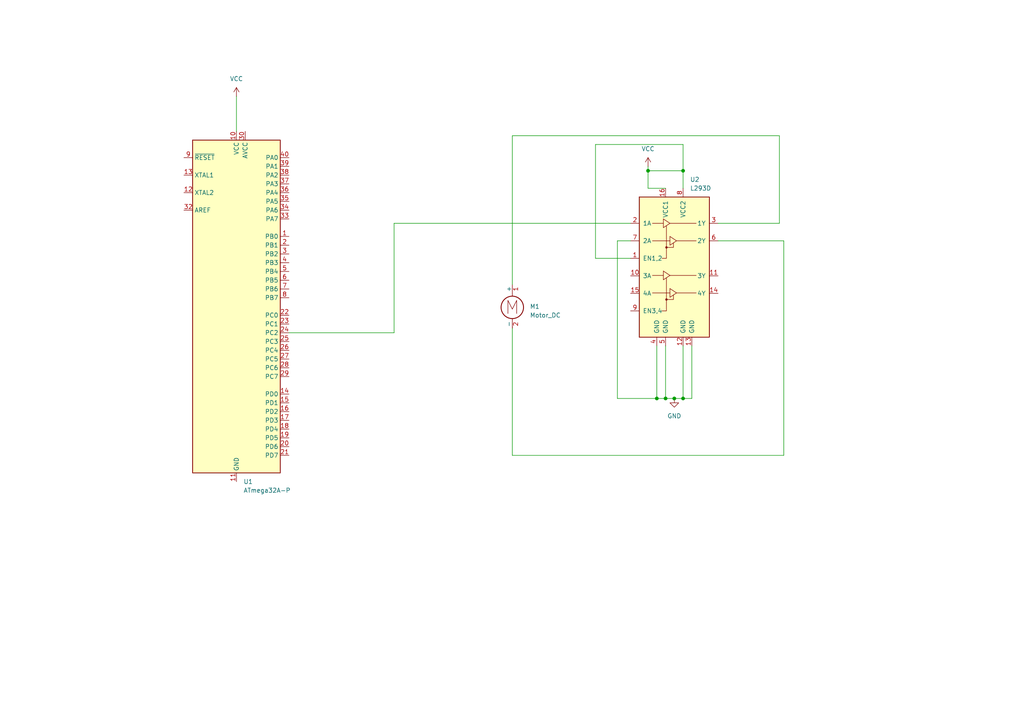
<source format=kicad_sch>
(kicad_sch (version 20211123) (generator eeschema)

  (uuid 91608184-1859-4274-bcb1-63f8969b7a8a)

  (paper "A4")

  (lib_symbols
    (symbol "Driver_Motor:L293D" (pin_names (offset 1.016)) (in_bom yes) (on_board yes)
      (property "Reference" "U" (id 0) (at -5.08 26.035 0)
        (effects (font (size 1.27 1.27)) (justify right))
      )
      (property "Value" "L293D" (id 1) (at -5.08 24.13 0)
        (effects (font (size 1.27 1.27)) (justify right))
      )
      (property "Footprint" "Package_DIP:DIP-16_W7.62mm" (id 2) (at 6.35 -19.05 0)
        (effects (font (size 1.27 1.27)) (justify left) hide)
      )
      (property "Datasheet" "http://www.ti.com/lit/ds/symlink/l293.pdf" (id 3) (at -7.62 17.78 0)
        (effects (font (size 1.27 1.27)) hide)
      )
      (property "ki_keywords" "Half-H Driver Motor" (id 4) (at 0 0 0)
        (effects (font (size 1.27 1.27)) hide)
      )
      (property "ki_description" "Quadruple Half-H Drivers" (id 5) (at 0 0 0)
        (effects (font (size 1.27 1.27)) hide)
      )
      (property "ki_fp_filters" "DIP*W7.62mm*" (id 6) (at 0 0 0)
        (effects (font (size 1.27 1.27)) hide)
      )
      (symbol "L293D_0_1"
        (rectangle (start -10.16 22.86) (end 10.16 -17.78)
          (stroke (width 0.254) (type default) (color 0 0 0 0))
          (fill (type background))
        )
        (circle (center -2.286 -6.858) (radius 0.254)
          (stroke (width 0) (type default) (color 0 0 0 0))
          (fill (type outline))
        )
        (circle (center -2.286 8.255) (radius 0.254)
          (stroke (width 0) (type default) (color 0 0 0 0))
          (fill (type outline))
        )
        (polyline
          (pts
            (xy -6.35 -4.953)
            (xy -1.27 -4.953)
          )
          (stroke (width 0) (type default) (color 0 0 0 0))
          (fill (type none))
        )
        (polyline
          (pts
            (xy -6.35 0.127)
            (xy -3.175 0.127)
          )
          (stroke (width 0) (type default) (color 0 0 0 0))
          (fill (type none))
        )
        (polyline
          (pts
            (xy -6.35 10.16)
            (xy -1.27 10.16)
          )
          (stroke (width 0) (type default) (color 0 0 0 0))
          (fill (type none))
        )
        (polyline
          (pts
            (xy -6.35 15.24)
            (xy -3.175 15.24)
          )
          (stroke (width 0) (type default) (color 0 0 0 0))
          (fill (type none))
        )
        (polyline
          (pts
            (xy -1.27 0.127)
            (xy 6.35 0.127)
          )
          (stroke (width 0) (type default) (color 0 0 0 0))
          (fill (type none))
        )
        (polyline
          (pts
            (xy -1.27 15.24)
            (xy 6.35 15.24)
          )
          (stroke (width 0) (type default) (color 0 0 0 0))
          (fill (type none))
        )
        (polyline
          (pts
            (xy 0.635 -4.953)
            (xy 6.35 -4.953)
          )
          (stroke (width 0) (type default) (color 0 0 0 0))
          (fill (type none))
        )
        (polyline
          (pts
            (xy 0.635 10.16)
            (xy 6.35 10.16)
          )
          (stroke (width 0) (type default) (color 0 0 0 0))
          (fill (type none))
        )
        (polyline
          (pts
            (xy -2.286 -6.858)
            (xy -0.254 -6.858)
            (xy -0.254 -5.588)
          )
          (stroke (width 0) (type default) (color 0 0 0 0))
          (fill (type none))
        )
        (polyline
          (pts
            (xy -2.286 -0.635)
            (xy -2.286 -10.16)
            (xy -3.556 -10.16)
          )
          (stroke (width 0) (type default) (color 0 0 0 0))
          (fill (type none))
        )
        (polyline
          (pts
            (xy -2.286 8.255)
            (xy -0.254 8.255)
            (xy -0.254 9.525)
          )
          (stroke (width 0) (type default) (color 0 0 0 0))
          (fill (type none))
        )
        (polyline
          (pts
            (xy -2.286 14.478)
            (xy -2.286 5.08)
            (xy -3.556 5.08)
          )
          (stroke (width 0) (type default) (color 0 0 0 0))
          (fill (type none))
        )
        (polyline
          (pts
            (xy -3.175 1.397)
            (xy -3.175 -1.143)
            (xy -1.27 0.127)
            (xy -3.175 1.397)
          )
          (stroke (width 0) (type default) (color 0 0 0 0))
          (fill (type none))
        )
        (polyline
          (pts
            (xy -3.175 16.51)
            (xy -3.175 13.97)
            (xy -1.27 15.24)
            (xy -3.175 16.51)
          )
          (stroke (width 0) (type default) (color 0 0 0 0))
          (fill (type none))
        )
        (polyline
          (pts
            (xy -1.27 -3.683)
            (xy -1.27 -6.223)
            (xy 0.635 -4.953)
            (xy -1.27 -3.683)
          )
          (stroke (width 0) (type default) (color 0 0 0 0))
          (fill (type none))
        )
        (polyline
          (pts
            (xy -1.27 11.43)
            (xy -1.27 8.89)
            (xy 0.635 10.16)
            (xy -1.27 11.43)
          )
          (stroke (width 0) (type default) (color 0 0 0 0))
          (fill (type none))
        )
      )
      (symbol "L293D_1_1"
        (pin input line (at -12.7 5.08 0) (length 2.54)
          (name "EN1,2" (effects (font (size 1.27 1.27))))
          (number "1" (effects (font (size 1.27 1.27))))
        )
        (pin input line (at -12.7 0 0) (length 2.54)
          (name "3A" (effects (font (size 1.27 1.27))))
          (number "10" (effects (font (size 1.27 1.27))))
        )
        (pin output line (at 12.7 0 180) (length 2.54)
          (name "3Y" (effects (font (size 1.27 1.27))))
          (number "11" (effects (font (size 1.27 1.27))))
        )
        (pin power_in line (at 2.54 -20.32 90) (length 2.54)
          (name "GND" (effects (font (size 1.27 1.27))))
          (number "12" (effects (font (size 1.27 1.27))))
        )
        (pin power_in line (at 5.08 -20.32 90) (length 2.54)
          (name "GND" (effects (font (size 1.27 1.27))))
          (number "13" (effects (font (size 1.27 1.27))))
        )
        (pin output line (at 12.7 -5.08 180) (length 2.54)
          (name "4Y" (effects (font (size 1.27 1.27))))
          (number "14" (effects (font (size 1.27 1.27))))
        )
        (pin input line (at -12.7 -5.08 0) (length 2.54)
          (name "4A" (effects (font (size 1.27 1.27))))
          (number "15" (effects (font (size 1.27 1.27))))
        )
        (pin power_in line (at -2.54 25.4 270) (length 2.54)
          (name "VCC1" (effects (font (size 1.27 1.27))))
          (number "16" (effects (font (size 1.27 1.27))))
        )
        (pin input line (at -12.7 15.24 0) (length 2.54)
          (name "1A" (effects (font (size 1.27 1.27))))
          (number "2" (effects (font (size 1.27 1.27))))
        )
        (pin output line (at 12.7 15.24 180) (length 2.54)
          (name "1Y" (effects (font (size 1.27 1.27))))
          (number "3" (effects (font (size 1.27 1.27))))
        )
        (pin power_in line (at -5.08 -20.32 90) (length 2.54)
          (name "GND" (effects (font (size 1.27 1.27))))
          (number "4" (effects (font (size 1.27 1.27))))
        )
        (pin power_in line (at -2.54 -20.32 90) (length 2.54)
          (name "GND" (effects (font (size 1.27 1.27))))
          (number "5" (effects (font (size 1.27 1.27))))
        )
        (pin output line (at 12.7 10.16 180) (length 2.54)
          (name "2Y" (effects (font (size 1.27 1.27))))
          (number "6" (effects (font (size 1.27 1.27))))
        )
        (pin input line (at -12.7 10.16 0) (length 2.54)
          (name "2A" (effects (font (size 1.27 1.27))))
          (number "7" (effects (font (size 1.27 1.27))))
        )
        (pin power_in line (at 2.54 25.4 270) (length 2.54)
          (name "VCC2" (effects (font (size 1.27 1.27))))
          (number "8" (effects (font (size 1.27 1.27))))
        )
        (pin input line (at -12.7 -10.16 0) (length 2.54)
          (name "EN3,4" (effects (font (size 1.27 1.27))))
          (number "9" (effects (font (size 1.27 1.27))))
        )
      )
    )
    (symbol "MCU_Microchip_ATmega:ATmega32A-P" (in_bom yes) (on_board yes)
      (property "Reference" "U" (id 0) (at -12.7 49.53 0)
        (effects (font (size 1.27 1.27)) (justify left bottom))
      )
      (property "Value" "ATmega32A-P" (id 1) (at 2.54 -49.53 0)
        (effects (font (size 1.27 1.27)) (justify left top))
      )
      (property "Footprint" "Package_DIP:DIP-40_W15.24mm" (id 2) (at 0 0 0)
        (effects (font (size 1.27 1.27) italic) hide)
      )
      (property "Datasheet" "http://ww1.microchip.com/downloads/en/DeviceDoc/atmel-8155-8-bit-microcontroller-avr-atmega32a_datasheet.pdf" (id 3) (at 0 0 0)
        (effects (font (size 1.27 1.27)) hide)
      )
      (property "ki_keywords" "AVR 8bit Microcontroller MegaAVR" (id 4) (at 0 0 0)
        (effects (font (size 1.27 1.27)) hide)
      )
      (property "ki_description" "16MHz, 32kB Flash, 2kB SRAM, 1kB EEPROM, JTAG, DIP-40" (id 5) (at 0 0 0)
        (effects (font (size 1.27 1.27)) hide)
      )
      (property "ki_fp_filters" "DIP*W15.24mm*" (id 6) (at 0 0 0)
        (effects (font (size 1.27 1.27)) hide)
      )
      (symbol "ATmega32A-P_0_1"
        (rectangle (start -12.7 -48.26) (end 12.7 48.26)
          (stroke (width 0.254) (type default) (color 0 0 0 0))
          (fill (type background))
        )
      )
      (symbol "ATmega32A-P_1_1"
        (pin bidirectional line (at 15.24 20.32 180) (length 2.54)
          (name "PB0" (effects (font (size 1.27 1.27))))
          (number "1" (effects (font (size 1.27 1.27))))
        )
        (pin power_in line (at 0 50.8 270) (length 2.54)
          (name "VCC" (effects (font (size 1.27 1.27))))
          (number "10" (effects (font (size 1.27 1.27))))
        )
        (pin power_in line (at 0 -50.8 90) (length 2.54)
          (name "GND" (effects (font (size 1.27 1.27))))
          (number "11" (effects (font (size 1.27 1.27))))
        )
        (pin output line (at -15.24 33.02 0) (length 2.54)
          (name "XTAL2" (effects (font (size 1.27 1.27))))
          (number "12" (effects (font (size 1.27 1.27))))
        )
        (pin input line (at -15.24 38.1 0) (length 2.54)
          (name "XTAL1" (effects (font (size 1.27 1.27))))
          (number "13" (effects (font (size 1.27 1.27))))
        )
        (pin bidirectional line (at 15.24 -25.4 180) (length 2.54)
          (name "PD0" (effects (font (size 1.27 1.27))))
          (number "14" (effects (font (size 1.27 1.27))))
        )
        (pin bidirectional line (at 15.24 -27.94 180) (length 2.54)
          (name "PD1" (effects (font (size 1.27 1.27))))
          (number "15" (effects (font (size 1.27 1.27))))
        )
        (pin bidirectional line (at 15.24 -30.48 180) (length 2.54)
          (name "PD2" (effects (font (size 1.27 1.27))))
          (number "16" (effects (font (size 1.27 1.27))))
        )
        (pin bidirectional line (at 15.24 -33.02 180) (length 2.54)
          (name "PD3" (effects (font (size 1.27 1.27))))
          (number "17" (effects (font (size 1.27 1.27))))
        )
        (pin bidirectional line (at 15.24 -35.56 180) (length 2.54)
          (name "PD4" (effects (font (size 1.27 1.27))))
          (number "18" (effects (font (size 1.27 1.27))))
        )
        (pin bidirectional line (at 15.24 -38.1 180) (length 2.54)
          (name "PD5" (effects (font (size 1.27 1.27))))
          (number "19" (effects (font (size 1.27 1.27))))
        )
        (pin bidirectional line (at 15.24 17.78 180) (length 2.54)
          (name "PB1" (effects (font (size 1.27 1.27))))
          (number "2" (effects (font (size 1.27 1.27))))
        )
        (pin bidirectional line (at 15.24 -40.64 180) (length 2.54)
          (name "PD6" (effects (font (size 1.27 1.27))))
          (number "20" (effects (font (size 1.27 1.27))))
        )
        (pin bidirectional line (at 15.24 -43.18 180) (length 2.54)
          (name "PD7" (effects (font (size 1.27 1.27))))
          (number "21" (effects (font (size 1.27 1.27))))
        )
        (pin bidirectional line (at 15.24 -2.54 180) (length 2.54)
          (name "PC0" (effects (font (size 1.27 1.27))))
          (number "22" (effects (font (size 1.27 1.27))))
        )
        (pin bidirectional line (at 15.24 -5.08 180) (length 2.54)
          (name "PC1" (effects (font (size 1.27 1.27))))
          (number "23" (effects (font (size 1.27 1.27))))
        )
        (pin bidirectional line (at 15.24 -7.62 180) (length 2.54)
          (name "PC2" (effects (font (size 1.27 1.27))))
          (number "24" (effects (font (size 1.27 1.27))))
        )
        (pin bidirectional line (at 15.24 -10.16 180) (length 2.54)
          (name "PC3" (effects (font (size 1.27 1.27))))
          (number "25" (effects (font (size 1.27 1.27))))
        )
        (pin bidirectional line (at 15.24 -12.7 180) (length 2.54)
          (name "PC4" (effects (font (size 1.27 1.27))))
          (number "26" (effects (font (size 1.27 1.27))))
        )
        (pin bidirectional line (at 15.24 -15.24 180) (length 2.54)
          (name "PC5" (effects (font (size 1.27 1.27))))
          (number "27" (effects (font (size 1.27 1.27))))
        )
        (pin bidirectional line (at 15.24 -17.78 180) (length 2.54)
          (name "PC6" (effects (font (size 1.27 1.27))))
          (number "28" (effects (font (size 1.27 1.27))))
        )
        (pin bidirectional line (at 15.24 -20.32 180) (length 2.54)
          (name "PC7" (effects (font (size 1.27 1.27))))
          (number "29" (effects (font (size 1.27 1.27))))
        )
        (pin bidirectional line (at 15.24 15.24 180) (length 2.54)
          (name "PB2" (effects (font (size 1.27 1.27))))
          (number "3" (effects (font (size 1.27 1.27))))
        )
        (pin power_in line (at 2.54 50.8 270) (length 2.54)
          (name "AVCC" (effects (font (size 1.27 1.27))))
          (number "30" (effects (font (size 1.27 1.27))))
        )
        (pin passive line (at 0 -50.8 90) (length 2.54) hide
          (name "GND" (effects (font (size 1.27 1.27))))
          (number "31" (effects (font (size 1.27 1.27))))
        )
        (pin passive line (at -15.24 27.94 0) (length 2.54)
          (name "AREF" (effects (font (size 1.27 1.27))))
          (number "32" (effects (font (size 1.27 1.27))))
        )
        (pin bidirectional line (at 15.24 25.4 180) (length 2.54)
          (name "PA7" (effects (font (size 1.27 1.27))))
          (number "33" (effects (font (size 1.27 1.27))))
        )
        (pin bidirectional line (at 15.24 27.94 180) (length 2.54)
          (name "PA6" (effects (font (size 1.27 1.27))))
          (number "34" (effects (font (size 1.27 1.27))))
        )
        (pin bidirectional line (at 15.24 30.48 180) (length 2.54)
          (name "PA5" (effects (font (size 1.27 1.27))))
          (number "35" (effects (font (size 1.27 1.27))))
        )
        (pin bidirectional line (at 15.24 33.02 180) (length 2.54)
          (name "PA4" (effects (font (size 1.27 1.27))))
          (number "36" (effects (font (size 1.27 1.27))))
        )
        (pin bidirectional line (at 15.24 35.56 180) (length 2.54)
          (name "PA3" (effects (font (size 1.27 1.27))))
          (number "37" (effects (font (size 1.27 1.27))))
        )
        (pin bidirectional line (at 15.24 38.1 180) (length 2.54)
          (name "PA2" (effects (font (size 1.27 1.27))))
          (number "38" (effects (font (size 1.27 1.27))))
        )
        (pin bidirectional line (at 15.24 40.64 180) (length 2.54)
          (name "PA1" (effects (font (size 1.27 1.27))))
          (number "39" (effects (font (size 1.27 1.27))))
        )
        (pin bidirectional line (at 15.24 12.7 180) (length 2.54)
          (name "PB3" (effects (font (size 1.27 1.27))))
          (number "4" (effects (font (size 1.27 1.27))))
        )
        (pin bidirectional line (at 15.24 43.18 180) (length 2.54)
          (name "PA0" (effects (font (size 1.27 1.27))))
          (number "40" (effects (font (size 1.27 1.27))))
        )
        (pin bidirectional line (at 15.24 10.16 180) (length 2.54)
          (name "PB4" (effects (font (size 1.27 1.27))))
          (number "5" (effects (font (size 1.27 1.27))))
        )
        (pin bidirectional line (at 15.24 7.62 180) (length 2.54)
          (name "PB5" (effects (font (size 1.27 1.27))))
          (number "6" (effects (font (size 1.27 1.27))))
        )
        (pin bidirectional line (at 15.24 5.08 180) (length 2.54)
          (name "PB6" (effects (font (size 1.27 1.27))))
          (number "7" (effects (font (size 1.27 1.27))))
        )
        (pin bidirectional line (at 15.24 2.54 180) (length 2.54)
          (name "PB7" (effects (font (size 1.27 1.27))))
          (number "8" (effects (font (size 1.27 1.27))))
        )
        (pin input line (at -15.24 43.18 0) (length 2.54)
          (name "~{RESET}" (effects (font (size 1.27 1.27))))
          (number "9" (effects (font (size 1.27 1.27))))
        )
      )
    )
    (symbol "Motor:Motor_DC" (pin_names (offset 0)) (in_bom yes) (on_board yes)
      (property "Reference" "M" (id 0) (at 2.54 2.54 0)
        (effects (font (size 1.27 1.27)) (justify left))
      )
      (property "Value" "Motor_DC" (id 1) (at 2.54 -5.08 0)
        (effects (font (size 1.27 1.27)) (justify left top))
      )
      (property "Footprint" "" (id 2) (at 0 -2.286 0)
        (effects (font (size 1.27 1.27)) hide)
      )
      (property "Datasheet" "~" (id 3) (at 0 -2.286 0)
        (effects (font (size 1.27 1.27)) hide)
      )
      (property "ki_keywords" "DC Motor" (id 4) (at 0 0 0)
        (effects (font (size 1.27 1.27)) hide)
      )
      (property "ki_description" "DC Motor" (id 5) (at 0 0 0)
        (effects (font (size 1.27 1.27)) hide)
      )
      (property "ki_fp_filters" "PinHeader*P2.54mm* TerminalBlock*" (id 6) (at 0 0 0)
        (effects (font (size 1.27 1.27)) hide)
      )
      (symbol "Motor_DC_0_0"
        (polyline
          (pts
            (xy -1.27 -3.302)
            (xy -1.27 0.508)
            (xy 0 -2.032)
            (xy 1.27 0.508)
            (xy 1.27 -3.302)
          )
          (stroke (width 0) (type default) (color 0 0 0 0))
          (fill (type none))
        )
      )
      (symbol "Motor_DC_0_1"
        (circle (center 0 -1.524) (radius 3.2512)
          (stroke (width 0.254) (type default) (color 0 0 0 0))
          (fill (type none))
        )
        (polyline
          (pts
            (xy 0 -7.62)
            (xy 0 -7.112)
          )
          (stroke (width 0) (type default) (color 0 0 0 0))
          (fill (type none))
        )
        (polyline
          (pts
            (xy 0 -4.7752)
            (xy 0 -5.1816)
          )
          (stroke (width 0) (type default) (color 0 0 0 0))
          (fill (type none))
        )
        (polyline
          (pts
            (xy 0 1.7272)
            (xy 0 2.0828)
          )
          (stroke (width 0) (type default) (color 0 0 0 0))
          (fill (type none))
        )
        (polyline
          (pts
            (xy 0 2.032)
            (xy 0 2.54)
          )
          (stroke (width 0) (type default) (color 0 0 0 0))
          (fill (type none))
        )
      )
      (symbol "Motor_DC_1_1"
        (pin passive line (at 0 5.08 270) (length 2.54)
          (name "+" (effects (font (size 1.27 1.27))))
          (number "1" (effects (font (size 1.27 1.27))))
        )
        (pin passive line (at 0 -7.62 90) (length 2.54)
          (name "-" (effects (font (size 1.27 1.27))))
          (number "2" (effects (font (size 1.27 1.27))))
        )
      )
    )
    (symbol "power:GND" (power) (pin_names (offset 0)) (in_bom yes) (on_board yes)
      (property "Reference" "#PWR" (id 0) (at 0 -6.35 0)
        (effects (font (size 1.27 1.27)) hide)
      )
      (property "Value" "GND" (id 1) (at 0 -3.81 0)
        (effects (font (size 1.27 1.27)))
      )
      (property "Footprint" "" (id 2) (at 0 0 0)
        (effects (font (size 1.27 1.27)) hide)
      )
      (property "Datasheet" "" (id 3) (at 0 0 0)
        (effects (font (size 1.27 1.27)) hide)
      )
      (property "ki_keywords" "power-flag" (id 4) (at 0 0 0)
        (effects (font (size 1.27 1.27)) hide)
      )
      (property "ki_description" "Power symbol creates a global label with name \"GND\" , ground" (id 5) (at 0 0 0)
        (effects (font (size 1.27 1.27)) hide)
      )
      (symbol "GND_0_1"
        (polyline
          (pts
            (xy 0 0)
            (xy 0 -1.27)
            (xy 1.27 -1.27)
            (xy 0 -2.54)
            (xy -1.27 -1.27)
            (xy 0 -1.27)
          )
          (stroke (width 0) (type default) (color 0 0 0 0))
          (fill (type none))
        )
      )
      (symbol "GND_1_1"
        (pin power_in line (at 0 0 270) (length 0) hide
          (name "GND" (effects (font (size 1.27 1.27))))
          (number "1" (effects (font (size 1.27 1.27))))
        )
      )
    )
    (symbol "power:VCC" (power) (pin_names (offset 0)) (in_bom yes) (on_board yes)
      (property "Reference" "#PWR" (id 0) (at 0 -3.81 0)
        (effects (font (size 1.27 1.27)) hide)
      )
      (property "Value" "VCC" (id 1) (at 0 3.81 0)
        (effects (font (size 1.27 1.27)))
      )
      (property "Footprint" "" (id 2) (at 0 0 0)
        (effects (font (size 1.27 1.27)) hide)
      )
      (property "Datasheet" "" (id 3) (at 0 0 0)
        (effects (font (size 1.27 1.27)) hide)
      )
      (property "ki_keywords" "power-flag" (id 4) (at 0 0 0)
        (effects (font (size 1.27 1.27)) hide)
      )
      (property "ki_description" "Power symbol creates a global label with name \"VCC\"" (id 5) (at 0 0 0)
        (effects (font (size 1.27 1.27)) hide)
      )
      (symbol "VCC_0_1"
        (polyline
          (pts
            (xy -0.762 1.27)
            (xy 0 2.54)
          )
          (stroke (width 0) (type default) (color 0 0 0 0))
          (fill (type none))
        )
        (polyline
          (pts
            (xy 0 0)
            (xy 0 2.54)
          )
          (stroke (width 0) (type default) (color 0 0 0 0))
          (fill (type none))
        )
        (polyline
          (pts
            (xy 0 2.54)
            (xy 0.762 1.27)
          )
          (stroke (width 0) (type default) (color 0 0 0 0))
          (fill (type none))
        )
      )
      (symbol "VCC_1_1"
        (pin power_in line (at 0 0 90) (length 0) hide
          (name "VCC" (effects (font (size 1.27 1.27))))
          (number "1" (effects (font (size 1.27 1.27))))
        )
      )
    )
  )

  (junction (at 187.96 49.53) (diameter 0) (color 0 0 0 0)
    (uuid 2d7b0075-b5a2-4791-9619-335f2ce257d9)
  )
  (junction (at 193.04 115.57) (diameter 0) (color 0 0 0 0)
    (uuid 2ff36dc6-c40c-45bf-8430-26d35ec31874)
  )
  (junction (at 195.58 115.57) (diameter 0) (color 0 0 0 0)
    (uuid 685afced-cf3c-4f24-9de7-f675f49f4b22)
  )
  (junction (at 198.12 49.53) (diameter 0) (color 0 0 0 0)
    (uuid df737d05-9ad2-4c76-a6db-b4c87f16aabf)
  )
  (junction (at 190.5 115.57) (diameter 0) (color 0 0 0 0)
    (uuid e504e3a9-e6ed-4583-8bbd-0ec5996ba8b9)
  )
  (junction (at 198.12 115.57) (diameter 0) (color 0 0 0 0)
    (uuid f9cfee9d-d147-4a3b-af58-023fe57151e0)
  )

  (wire (pts (xy 200.66 100.33) (xy 200.66 115.57))
    (stroke (width 0) (type default) (color 0 0 0 0))
    (uuid 0d5de264-cd94-40cc-8162-1a8d581513ae)
  )
  (wire (pts (xy 198.12 54.61) (xy 198.12 49.53))
    (stroke (width 0) (type default) (color 0 0 0 0))
    (uuid 2645c12f-4ae7-4037-9e7d-418c4bb34bc3)
  )
  (wire (pts (xy 208.28 64.77) (xy 226.06 64.77))
    (stroke (width 0) (type default) (color 0 0 0 0))
    (uuid 34c1e79d-3970-4e85-9cf1-dcbdc6f3a760)
  )
  (wire (pts (xy 190.5 100.33) (xy 190.5 115.57))
    (stroke (width 0) (type default) (color 0 0 0 0))
    (uuid 35e02dd3-7807-46c0-9be7-b86802cb702c)
  )
  (wire (pts (xy 198.12 49.53) (xy 198.12 41.91))
    (stroke (width 0) (type default) (color 0 0 0 0))
    (uuid 3615cf50-e7c1-458f-b037-cf3c0075e719)
  )
  (wire (pts (xy 68.58 27.94) (xy 68.58 38.1))
    (stroke (width 0) (type default) (color 0 0 0 0))
    (uuid 392a60b0-73d2-4396-a071-202637b65af1)
  )
  (wire (pts (xy 114.3 96.52) (xy 83.82 96.52))
    (stroke (width 0) (type default) (color 0 0 0 0))
    (uuid 4077abe2-7a63-4109-8372-152f42b6e661)
  )
  (wire (pts (xy 226.06 64.77) (xy 226.06 39.37))
    (stroke (width 0) (type default) (color 0 0 0 0))
    (uuid 436dabfa-d810-4a91-a9fb-3c51e1cd68bd)
  )
  (wire (pts (xy 193.04 54.61) (xy 187.96 54.61))
    (stroke (width 0) (type default) (color 0 0 0 0))
    (uuid 4a82542e-90bd-4c6f-ac8c-cb3e8a0aee84)
  )
  (wire (pts (xy 187.96 49.53) (xy 187.96 54.61))
    (stroke (width 0) (type default) (color 0 0 0 0))
    (uuid 5187dc4e-c2d6-4651-96c8-3feb782e1faf)
  )
  (wire (pts (xy 227.33 132.08) (xy 148.59 132.08))
    (stroke (width 0) (type default) (color 0 0 0 0))
    (uuid 609ef0e3-0e4d-4288-b84a-d1f2fb2956b1)
  )
  (wire (pts (xy 198.12 41.91) (xy 172.72 41.91))
    (stroke (width 0) (type default) (color 0 0 0 0))
    (uuid 66b1d0c7-4f34-4676-8b23-ed9fad8434e7)
  )
  (wire (pts (xy 227.33 69.85) (xy 227.33 132.08))
    (stroke (width 0) (type default) (color 0 0 0 0))
    (uuid 873637b0-9087-42cb-aebd-73942295162f)
  )
  (wire (pts (xy 198.12 115.57) (xy 195.58 115.57))
    (stroke (width 0) (type default) (color 0 0 0 0))
    (uuid 88626410-56f6-44a7-9df9-2652981b2811)
  )
  (wire (pts (xy 190.5 115.57) (xy 193.04 115.57))
    (stroke (width 0) (type default) (color 0 0 0 0))
    (uuid 8be3cc19-8290-4892-9960-bebcba3f3e69)
  )
  (wire (pts (xy 182.88 64.77) (xy 114.3 64.77))
    (stroke (width 0) (type default) (color 0 0 0 0))
    (uuid 8f9f467d-ee55-43ea-adc8-b55f3c3285e7)
  )
  (wire (pts (xy 226.06 39.37) (xy 148.59 39.37))
    (stroke (width 0) (type default) (color 0 0 0 0))
    (uuid 90d5a686-5912-4a2e-b7b0-4e7bc4805cec)
  )
  (wire (pts (xy 182.88 74.93) (xy 172.72 74.93))
    (stroke (width 0) (type default) (color 0 0 0 0))
    (uuid 925d5ebf-3817-4886-a994-f3c7a9be0078)
  )
  (wire (pts (xy 200.66 115.57) (xy 198.12 115.57))
    (stroke (width 0) (type default) (color 0 0 0 0))
    (uuid 971797d0-5fa3-472c-9c2a-0a4b32e12f3a)
  )
  (wire (pts (xy 182.88 69.85) (xy 179.07 69.85))
    (stroke (width 0) (type default) (color 0 0 0 0))
    (uuid 9d5bfabb-a332-4b94-8082-a9fe9f946bb1)
  )
  (wire (pts (xy 179.07 115.57) (xy 190.5 115.57))
    (stroke (width 0) (type default) (color 0 0 0 0))
    (uuid 9f784b86-cd11-42d0-8f92-9e658a5139b5)
  )
  (wire (pts (xy 193.04 115.57) (xy 195.58 115.57))
    (stroke (width 0) (type default) (color 0 0 0 0))
    (uuid aed26b29-c7a5-46e7-b091-314833f7c53d)
  )
  (wire (pts (xy 179.07 69.85) (xy 179.07 115.57))
    (stroke (width 0) (type default) (color 0 0 0 0))
    (uuid b425fbdf-1c9b-4aeb-ad98-1a366d82135f)
  )
  (wire (pts (xy 198.12 100.33) (xy 198.12 115.57))
    (stroke (width 0) (type default) (color 0 0 0 0))
    (uuid b960a7d7-ba91-437d-8a99-295ff0f9a1df)
  )
  (wire (pts (xy 187.96 48.26) (xy 187.96 49.53))
    (stroke (width 0) (type default) (color 0 0 0 0))
    (uuid c123d1c9-2dbd-4713-822a-42d9d3e4f854)
  )
  (wire (pts (xy 187.96 49.53) (xy 198.12 49.53))
    (stroke (width 0) (type default) (color 0 0 0 0))
    (uuid c9b4ec0b-30a8-41b6-99e7-5a1475e3f0e5)
  )
  (wire (pts (xy 148.59 132.08) (xy 148.59 95.25))
    (stroke (width 0) (type default) (color 0 0 0 0))
    (uuid d34540ae-b723-4496-9721-a35773046a66)
  )
  (wire (pts (xy 208.28 69.85) (xy 227.33 69.85))
    (stroke (width 0) (type default) (color 0 0 0 0))
    (uuid d5b36d3f-9031-4c06-8cb2-da7f583c8547)
  )
  (wire (pts (xy 114.3 64.77) (xy 114.3 96.52))
    (stroke (width 0) (type default) (color 0 0 0 0))
    (uuid e6ea248f-f726-4432-8bc5-a15e436b70eb)
  )
  (wire (pts (xy 172.72 74.93) (xy 172.72 41.91))
    (stroke (width 0) (type default) (color 0 0 0 0))
    (uuid f17b7d85-792a-4aa1-b1c6-1f3f65ad7b5c)
  )
  (wire (pts (xy 148.59 39.37) (xy 148.59 82.55))
    (stroke (width 0) (type default) (color 0 0 0 0))
    (uuid f7ca6a78-0089-4d2b-a748-144d3b15b4d2)
  )
  (wire (pts (xy 193.04 100.33) (xy 193.04 115.57))
    (stroke (width 0) (type default) (color 0 0 0 0))
    (uuid f930535e-4f9e-493a-853f-a437849ebe85)
  )

  (symbol (lib_id "power:VCC") (at 187.96 48.26 0) (unit 1)
    (in_bom yes) (on_board yes) (fields_autoplaced)
    (uuid 00b3ac52-2a74-4037-8c87-1b12a19c4623)
    (property "Reference" "#PWR0102" (id 0) (at 187.96 52.07 0)
      (effects (font (size 1.27 1.27)) hide)
    )
    (property "Value" "VCC" (id 1) (at 187.96 43.18 0))
    (property "Footprint" "" (id 2) (at 187.96 48.26 0)
      (effects (font (size 1.27 1.27)) hide)
    )
    (property "Datasheet" "" (id 3) (at 187.96 48.26 0)
      (effects (font (size 1.27 1.27)) hide)
    )
    (pin "1" (uuid 62c88dab-faa1-4589-b6a9-5c786791e780))
  )

  (symbol (lib_id "power:GND") (at 195.58 115.57 0) (unit 1)
    (in_bom yes) (on_board yes) (fields_autoplaced)
    (uuid 05a0ccdb-38ad-4214-a0f9-0bb7835234ab)
    (property "Reference" "#PWR0103" (id 0) (at 195.58 121.92 0)
      (effects (font (size 1.27 1.27)) hide)
    )
    (property "Value" "GND" (id 1) (at 195.58 120.65 0))
    (property "Footprint" "" (id 2) (at 195.58 115.57 0)
      (effects (font (size 1.27 1.27)) hide)
    )
    (property "Datasheet" "" (id 3) (at 195.58 115.57 0)
      (effects (font (size 1.27 1.27)) hide)
    )
    (pin "1" (uuid a8479267-6f55-4530-aba1-8f670bda3829))
  )

  (symbol (lib_id "power:VCC") (at 68.58 27.94 0) (unit 1)
    (in_bom yes) (on_board yes) (fields_autoplaced)
    (uuid 11a8a22e-b30e-4267-912d-0b0938154225)
    (property "Reference" "#PWR0101" (id 0) (at 68.58 31.75 0)
      (effects (font (size 1.27 1.27)) hide)
    )
    (property "Value" "VCC" (id 1) (at 68.58 22.86 0))
    (property "Footprint" "" (id 2) (at 68.58 27.94 0)
      (effects (font (size 1.27 1.27)) hide)
    )
    (property "Datasheet" "" (id 3) (at 68.58 27.94 0)
      (effects (font (size 1.27 1.27)) hide)
    )
    (pin "1" (uuid 2ee7b400-7e9e-42b2-a278-dcc7af45bb88))
  )

  (symbol (lib_id "Driver_Motor:L293D") (at 195.58 80.01 0) (unit 1)
    (in_bom yes) (on_board yes) (fields_autoplaced)
    (uuid 300a2a87-d316-4188-9c96-c70293f892d6)
    (property "Reference" "U2" (id 0) (at 200.1394 52.07 0)
      (effects (font (size 1.27 1.27)) (justify left))
    )
    (property "Value" "L293D" (id 1) (at 200.1394 54.61 0)
      (effects (font (size 1.27 1.27)) (justify left))
    )
    (property "Footprint" "Package_DIP:DIP-16_W7.62mm" (id 2) (at 201.93 99.06 0)
      (effects (font (size 1.27 1.27)) (justify left) hide)
    )
    (property "Datasheet" "http://www.ti.com/lit/ds/symlink/l293.pdf" (id 3) (at 187.96 62.23 0)
      (effects (font (size 1.27 1.27)) hide)
    )
    (pin "1" (uuid ace6f031-9f5c-495e-8008-5ab3216e5fab))
    (pin "10" (uuid fca50ae5-e36a-455c-a9a8-8831e84a5e13))
    (pin "11" (uuid 8bf4dce9-2eca-4e6d-a293-b8d39a77c683))
    (pin "12" (uuid 48baa567-b024-44e6-8f30-ca4c75f0c31b))
    (pin "13" (uuid 96622320-eaee-42e9-8267-9ff4584a0acd))
    (pin "14" (uuid 0914ce3d-28ed-42be-aadd-4c969f365103))
    (pin "15" (uuid 5e7bff1b-590f-47d8-afc3-04dd2cdaa34d))
    (pin "16" (uuid 1ef3d461-dff8-4e05-b134-1e731757c361))
    (pin "2" (uuid b1c84ef6-7675-4245-a84a-e0a23c9772e7))
    (pin "3" (uuid e54cb028-864c-4979-a0ba-15c7a5c8f514))
    (pin "4" (uuid 3b5e6e4d-29bc-4f91-b2b9-62a6c3d92ba3))
    (pin "5" (uuid f531c38e-b193-41bc-a477-b0c940815512))
    (pin "6" (uuid dcffc013-4157-4688-a41f-985be42ef73b))
    (pin "7" (uuid 4b5ccbc4-9b3b-410e-828e-104d49924bf0))
    (pin "8" (uuid f9c3aa9d-1a2a-4b83-9740-d0732e5c05bb))
    (pin "9" (uuid b7796c0d-1131-4305-87a3-f1901155f5ca))
  )

  (symbol (lib_id "MCU_Microchip_ATmega:ATmega32A-P") (at 68.58 88.9 0) (unit 1)
    (in_bom yes) (on_board yes) (fields_autoplaced)
    (uuid 9b5b5a23-11c2-4ce3-bceb-4262e8fec48c)
    (property "Reference" "U1" (id 0) (at 70.5994 139.7 0)
      (effects (font (size 1.27 1.27)) (justify left))
    )
    (property "Value" "ATmega32A-P" (id 1) (at 70.5994 142.24 0)
      (effects (font (size 1.27 1.27)) (justify left))
    )
    (property "Footprint" "Package_DIP:DIP-40_W15.24mm" (id 2) (at 68.58 88.9 0)
      (effects (font (size 1.27 1.27) italic) hide)
    )
    (property "Datasheet" "http://ww1.microchip.com/downloads/en/DeviceDoc/atmel-8155-8-bit-microcontroller-avr-atmega32a_datasheet.pdf" (id 3) (at 68.58 88.9 0)
      (effects (font (size 1.27 1.27)) hide)
    )
    (pin "1" (uuid 4e3ea5dd-1605-450d-8145-330ad99a60a9))
    (pin "10" (uuid ca83d177-9b75-4bfd-a01b-630e7903db00))
    (pin "11" (uuid 2f322063-fc68-4f71-bdf8-d1de46dd279a))
    (pin "12" (uuid 701ac002-2c05-4fbd-a4d1-9feecfac9a4e))
    (pin "13" (uuid b9173809-9e66-49d3-adc8-afdb7e9f3961))
    (pin "14" (uuid 17e33bf6-7e46-4deb-89d7-41260948c5a5))
    (pin "15" (uuid a6cf077b-3b5b-4d26-9d8d-cda716cee6ec))
    (pin "16" (uuid 505118d8-c241-4877-8129-5417d0793a7d))
    (pin "17" (uuid b81d00a3-bd0e-4a1d-8ce5-a7fe28ed891e))
    (pin "18" (uuid f7b8f1b2-db10-4510-8ac7-06df571cbf82))
    (pin "19" (uuid 5b027986-62b9-47e0-8fb9-dd0bf57e94ec))
    (pin "2" (uuid 672a19dd-0733-4943-988d-30c3fe0885bc))
    (pin "20" (uuid a97b5d1b-84bf-48b5-ad02-abccfa620f47))
    (pin "21" (uuid 5c9d519a-1d4f-4b21-b257-403db0fecdf3))
    (pin "22" (uuid e81810d6-fc9d-412b-a323-56e3aac51a05))
    (pin "23" (uuid 58acb7c4-ab70-4b0f-8e3e-10a654987f9b))
    (pin "24" (uuid cbba5bc8-71f2-4ac5-a46f-cd9181c6ca8a))
    (pin "25" (uuid 3c7c3d4c-f5fc-417f-8d8d-da97a85c5c56))
    (pin "26" (uuid 4665d8af-db7a-4ac0-95fd-00183a289277))
    (pin "27" (uuid 7eefb8b6-a234-470f-aafe-9f57c2fa0b8f))
    (pin "28" (uuid 009d3460-8e17-4972-ac47-588d2f7bee60))
    (pin "29" (uuid ee4106f7-6f6e-4490-b150-05b16e0dccc4))
    (pin "3" (uuid 7fee66bc-119c-4a57-912a-ac37f38f2e8d))
    (pin "30" (uuid dbfb440d-fcee-4a7e-a255-f6292ed408ff))
    (pin "31" (uuid 1bc9ab47-5622-4209-9939-ddc56b9f74b1))
    (pin "32" (uuid 4b1108e0-7bf8-4670-a05f-82cd5f33d8b9))
    (pin "33" (uuid df4b57a4-6578-496c-b2d0-0396fdb50531))
    (pin "34" (uuid 91729aed-8bb5-41af-970a-4b9d94681fe1))
    (pin "35" (uuid 477c0c59-7d3f-473e-9bcf-b5fe26549e7b))
    (pin "36" (uuid 5b595969-9ea2-453a-b0f2-549576f530ca))
    (pin "37" (uuid 23301514-24d7-42f7-b492-6a01f39fa661))
    (pin "38" (uuid f5ec4229-26b3-400b-8176-cbff6c51d036))
    (pin "39" (uuid fcf69012-b4c3-42b9-b633-22317dd5e90c))
    (pin "4" (uuid 47dca210-9b96-41ad-aaec-df10ba23c625))
    (pin "40" (uuid 5a24df91-3a3c-467c-bb8c-47098e32f0fa))
    (pin "5" (uuid 12ce9a27-679f-40bc-b518-33f19b03c3ef))
    (pin "6" (uuid 63027c28-626f-4c09-9aae-ec482a39e11d))
    (pin "7" (uuid ef9c69fa-d661-4c26-bb1d-ebb8c2988ef7))
    (pin "8" (uuid e78bf043-cdd9-4993-b364-005d504e4cfc))
    (pin "9" (uuid 3a364b0b-176f-4eb9-bc14-b580a7e0d4f2))
  )

  (symbol (lib_id "Motor:Motor_DC") (at 148.59 87.63 0) (unit 1)
    (in_bom yes) (on_board yes) (fields_autoplaced)
    (uuid e7b952b7-afda-4749-880e-473fcf6a6bbd)
    (property "Reference" "M1" (id 0) (at 153.67 88.8999 0)
      (effects (font (size 1.27 1.27)) (justify left))
    )
    (property "Value" "Motor_DC" (id 1) (at 153.67 91.4399 0)
      (effects (font (size 1.27 1.27)) (justify left))
    )
    (property "Footprint" "" (id 2) (at 148.59 89.916 0)
      (effects (font (size 1.27 1.27)) hide)
    )
    (property "Datasheet" "~" (id 3) (at 148.59 89.916 0)
      (effects (font (size 1.27 1.27)) hide)
    )
    (pin "1" (uuid 1d30e59d-cc10-48a8-b141-e43938756878))
    (pin "2" (uuid 8356e8fb-9e6b-4262-bb24-2e24976cf92f))
  )

  (sheet_instances
    (path "/" (page "1"))
  )

  (symbol_instances
    (path "/11a8a22e-b30e-4267-912d-0b0938154225"
      (reference "#PWR0101") (unit 1) (value "VCC") (footprint "")
    )
    (path "/00b3ac52-2a74-4037-8c87-1b12a19c4623"
      (reference "#PWR0102") (unit 1) (value "VCC") (footprint "")
    )
    (path "/05a0ccdb-38ad-4214-a0f9-0bb7835234ab"
      (reference "#PWR0103") (unit 1) (value "GND") (footprint "")
    )
    (path "/e7b952b7-afda-4749-880e-473fcf6a6bbd"
      (reference "M1") (unit 1) (value "Motor_DC") (footprint "")
    )
    (path "/9b5b5a23-11c2-4ce3-bceb-4262e8fec48c"
      (reference "U1") (unit 1) (value "ATmega32A-P") (footprint "Package_DIP:DIP-40_W15.24mm")
    )
    (path "/300a2a87-d316-4188-9c96-c70293f892d6"
      (reference "U2") (unit 1) (value "L293D") (footprint "Package_DIP:DIP-16_W7.62mm")
    )
  )
)

</source>
